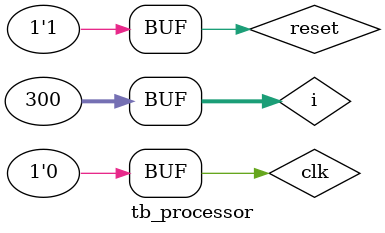
<source format=v>
`timescale 1ns / 1ps
module tb_processor;
reg clk;
reg reset;
integer i;

processor PP (clk, reset);

initial begin
clk = 0;
reset = 0;
clk = ~clk;
#15
clk = ~clk;
#15
clk = ~clk;
#15
clk = ~clk;
#15
clk = ~clk;
#15
clk = ~clk;
reset = 1;
for (i = 0; i < 300; i = i + 1) begin
#15
clk = ~clk;
end

end

endmodule 
</source>
